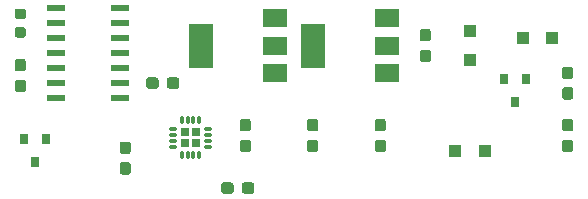
<source format=gbr>
G04 #@! TF.GenerationSoftware,KiCad,Pcbnew,(5.0.2)-1*
G04 #@! TF.CreationDate,2019-04-27T09:30:46+05:30*
G04 #@! TF.ProjectId,parking_sense_1,7061726b-696e-4675-9f73-656e73655f31,rev?*
G04 #@! TF.SameCoordinates,Original*
G04 #@! TF.FileFunction,Paste,Top*
G04 #@! TF.FilePolarity,Positive*
%FSLAX46Y46*%
G04 Gerber Fmt 4.6, Leading zero omitted, Abs format (unit mm)*
G04 Created by KiCad (PCBNEW (5.0.2)-1) date 04/27/19 09:30:46*
%MOMM*%
%LPD*%
G01*
G04 APERTURE LIST*
%ADD10R,1.000000X1.000000*%
%ADD11R,0.800000X0.900000*%
%ADD12C,0.100000*%
%ADD13C,0.950000*%
%ADD14C,0.875000*%
%ADD15O,0.750000X0.300000*%
%ADD16O,0.300000X0.750000*%
%ADD17R,0.730000X0.730000*%
%ADD18R,1.500000X0.600000*%
%ADD19R,2.000000X1.500000*%
%ADD20R,2.000000X3.800000*%
G04 APERTURE END LIST*
D10*
G04 #@! TO.C,D1*
X79395000Y-46990000D03*
X81895000Y-46990000D03*
G04 #@! TD*
G04 #@! TO.C,D3*
X74930000Y-48875000D03*
X74930000Y-46375000D03*
G04 #@! TD*
G04 #@! TO.C,D2*
X76180000Y-56515000D03*
X73680000Y-56515000D03*
G04 #@! TD*
D11*
G04 #@! TO.C,Q2*
X38100000Y-57515000D03*
X37150000Y-55515000D03*
X39050000Y-55515000D03*
G04 #@! TD*
G04 #@! TO.C,Q1*
X79690000Y-50435000D03*
X77790000Y-50435000D03*
X78740000Y-52435000D03*
G04 #@! TD*
D12*
G04 #@! TO.C,C1*
G36*
X71380779Y-46226144D02*
X71403834Y-46229563D01*
X71426443Y-46235227D01*
X71448387Y-46243079D01*
X71469457Y-46253044D01*
X71489448Y-46265026D01*
X71508168Y-46278910D01*
X71525438Y-46294562D01*
X71541090Y-46311832D01*
X71554974Y-46330552D01*
X71566956Y-46350543D01*
X71576921Y-46371613D01*
X71584773Y-46393557D01*
X71590437Y-46416166D01*
X71593856Y-46439221D01*
X71595000Y-46462500D01*
X71595000Y-47037500D01*
X71593856Y-47060779D01*
X71590437Y-47083834D01*
X71584773Y-47106443D01*
X71576921Y-47128387D01*
X71566956Y-47149457D01*
X71554974Y-47169448D01*
X71541090Y-47188168D01*
X71525438Y-47205438D01*
X71508168Y-47221090D01*
X71489448Y-47234974D01*
X71469457Y-47246956D01*
X71448387Y-47256921D01*
X71426443Y-47264773D01*
X71403834Y-47270437D01*
X71380779Y-47273856D01*
X71357500Y-47275000D01*
X70882500Y-47275000D01*
X70859221Y-47273856D01*
X70836166Y-47270437D01*
X70813557Y-47264773D01*
X70791613Y-47256921D01*
X70770543Y-47246956D01*
X70750552Y-47234974D01*
X70731832Y-47221090D01*
X70714562Y-47205438D01*
X70698910Y-47188168D01*
X70685026Y-47169448D01*
X70673044Y-47149457D01*
X70663079Y-47128387D01*
X70655227Y-47106443D01*
X70649563Y-47083834D01*
X70646144Y-47060779D01*
X70645000Y-47037500D01*
X70645000Y-46462500D01*
X70646144Y-46439221D01*
X70649563Y-46416166D01*
X70655227Y-46393557D01*
X70663079Y-46371613D01*
X70673044Y-46350543D01*
X70685026Y-46330552D01*
X70698910Y-46311832D01*
X70714562Y-46294562D01*
X70731832Y-46278910D01*
X70750552Y-46265026D01*
X70770543Y-46253044D01*
X70791613Y-46243079D01*
X70813557Y-46235227D01*
X70836166Y-46229563D01*
X70859221Y-46226144D01*
X70882500Y-46225000D01*
X71357500Y-46225000D01*
X71380779Y-46226144D01*
X71380779Y-46226144D01*
G37*
D13*
X71120000Y-46750000D03*
D12*
G36*
X71380779Y-47976144D02*
X71403834Y-47979563D01*
X71426443Y-47985227D01*
X71448387Y-47993079D01*
X71469457Y-48003044D01*
X71489448Y-48015026D01*
X71508168Y-48028910D01*
X71525438Y-48044562D01*
X71541090Y-48061832D01*
X71554974Y-48080552D01*
X71566956Y-48100543D01*
X71576921Y-48121613D01*
X71584773Y-48143557D01*
X71590437Y-48166166D01*
X71593856Y-48189221D01*
X71595000Y-48212500D01*
X71595000Y-48787500D01*
X71593856Y-48810779D01*
X71590437Y-48833834D01*
X71584773Y-48856443D01*
X71576921Y-48878387D01*
X71566956Y-48899457D01*
X71554974Y-48919448D01*
X71541090Y-48938168D01*
X71525438Y-48955438D01*
X71508168Y-48971090D01*
X71489448Y-48984974D01*
X71469457Y-48996956D01*
X71448387Y-49006921D01*
X71426443Y-49014773D01*
X71403834Y-49020437D01*
X71380779Y-49023856D01*
X71357500Y-49025000D01*
X70882500Y-49025000D01*
X70859221Y-49023856D01*
X70836166Y-49020437D01*
X70813557Y-49014773D01*
X70791613Y-49006921D01*
X70770543Y-48996956D01*
X70750552Y-48984974D01*
X70731832Y-48971090D01*
X70714562Y-48955438D01*
X70698910Y-48938168D01*
X70685026Y-48919448D01*
X70673044Y-48899457D01*
X70663079Y-48878387D01*
X70655227Y-48856443D01*
X70649563Y-48833834D01*
X70646144Y-48810779D01*
X70645000Y-48787500D01*
X70645000Y-48212500D01*
X70646144Y-48189221D01*
X70649563Y-48166166D01*
X70655227Y-48143557D01*
X70663079Y-48121613D01*
X70673044Y-48100543D01*
X70685026Y-48080552D01*
X70698910Y-48061832D01*
X70714562Y-48044562D01*
X70731832Y-48028910D01*
X70750552Y-48015026D01*
X70770543Y-48003044D01*
X70791613Y-47993079D01*
X70813557Y-47985227D01*
X70836166Y-47979563D01*
X70859221Y-47976144D01*
X70882500Y-47975000D01*
X71357500Y-47975000D01*
X71380779Y-47976144D01*
X71380779Y-47976144D01*
G37*
D13*
X71120000Y-48500000D03*
G04 #@! TD*
D12*
G04 #@! TO.C,C2*
G36*
X67570779Y-55596144D02*
X67593834Y-55599563D01*
X67616443Y-55605227D01*
X67638387Y-55613079D01*
X67659457Y-55623044D01*
X67679448Y-55635026D01*
X67698168Y-55648910D01*
X67715438Y-55664562D01*
X67731090Y-55681832D01*
X67744974Y-55700552D01*
X67756956Y-55720543D01*
X67766921Y-55741613D01*
X67774773Y-55763557D01*
X67780437Y-55786166D01*
X67783856Y-55809221D01*
X67785000Y-55832500D01*
X67785000Y-56407500D01*
X67783856Y-56430779D01*
X67780437Y-56453834D01*
X67774773Y-56476443D01*
X67766921Y-56498387D01*
X67756956Y-56519457D01*
X67744974Y-56539448D01*
X67731090Y-56558168D01*
X67715438Y-56575438D01*
X67698168Y-56591090D01*
X67679448Y-56604974D01*
X67659457Y-56616956D01*
X67638387Y-56626921D01*
X67616443Y-56634773D01*
X67593834Y-56640437D01*
X67570779Y-56643856D01*
X67547500Y-56645000D01*
X67072500Y-56645000D01*
X67049221Y-56643856D01*
X67026166Y-56640437D01*
X67003557Y-56634773D01*
X66981613Y-56626921D01*
X66960543Y-56616956D01*
X66940552Y-56604974D01*
X66921832Y-56591090D01*
X66904562Y-56575438D01*
X66888910Y-56558168D01*
X66875026Y-56539448D01*
X66863044Y-56519457D01*
X66853079Y-56498387D01*
X66845227Y-56476443D01*
X66839563Y-56453834D01*
X66836144Y-56430779D01*
X66835000Y-56407500D01*
X66835000Y-55832500D01*
X66836144Y-55809221D01*
X66839563Y-55786166D01*
X66845227Y-55763557D01*
X66853079Y-55741613D01*
X66863044Y-55720543D01*
X66875026Y-55700552D01*
X66888910Y-55681832D01*
X66904562Y-55664562D01*
X66921832Y-55648910D01*
X66940552Y-55635026D01*
X66960543Y-55623044D01*
X66981613Y-55613079D01*
X67003557Y-55605227D01*
X67026166Y-55599563D01*
X67049221Y-55596144D01*
X67072500Y-55595000D01*
X67547500Y-55595000D01*
X67570779Y-55596144D01*
X67570779Y-55596144D01*
G37*
D13*
X67310000Y-56120000D03*
D12*
G36*
X67570779Y-53846144D02*
X67593834Y-53849563D01*
X67616443Y-53855227D01*
X67638387Y-53863079D01*
X67659457Y-53873044D01*
X67679448Y-53885026D01*
X67698168Y-53898910D01*
X67715438Y-53914562D01*
X67731090Y-53931832D01*
X67744974Y-53950552D01*
X67756956Y-53970543D01*
X67766921Y-53991613D01*
X67774773Y-54013557D01*
X67780437Y-54036166D01*
X67783856Y-54059221D01*
X67785000Y-54082500D01*
X67785000Y-54657500D01*
X67783856Y-54680779D01*
X67780437Y-54703834D01*
X67774773Y-54726443D01*
X67766921Y-54748387D01*
X67756956Y-54769457D01*
X67744974Y-54789448D01*
X67731090Y-54808168D01*
X67715438Y-54825438D01*
X67698168Y-54841090D01*
X67679448Y-54854974D01*
X67659457Y-54866956D01*
X67638387Y-54876921D01*
X67616443Y-54884773D01*
X67593834Y-54890437D01*
X67570779Y-54893856D01*
X67547500Y-54895000D01*
X67072500Y-54895000D01*
X67049221Y-54893856D01*
X67026166Y-54890437D01*
X67003557Y-54884773D01*
X66981613Y-54876921D01*
X66960543Y-54866956D01*
X66940552Y-54854974D01*
X66921832Y-54841090D01*
X66904562Y-54825438D01*
X66888910Y-54808168D01*
X66875026Y-54789448D01*
X66863044Y-54769457D01*
X66853079Y-54748387D01*
X66845227Y-54726443D01*
X66839563Y-54703834D01*
X66836144Y-54680779D01*
X66835000Y-54657500D01*
X66835000Y-54082500D01*
X66836144Y-54059221D01*
X66839563Y-54036166D01*
X66845227Y-54013557D01*
X66853079Y-53991613D01*
X66863044Y-53970543D01*
X66875026Y-53950552D01*
X66888910Y-53931832D01*
X66904562Y-53914562D01*
X66921832Y-53898910D01*
X66940552Y-53885026D01*
X66960543Y-53873044D01*
X66981613Y-53863079D01*
X67003557Y-53855227D01*
X67026166Y-53849563D01*
X67049221Y-53846144D01*
X67072500Y-53845000D01*
X67547500Y-53845000D01*
X67570779Y-53846144D01*
X67570779Y-53846144D01*
G37*
D13*
X67310000Y-54370000D03*
G04 #@! TD*
D12*
G04 #@! TO.C,C3*
G36*
X61855779Y-53846144D02*
X61878834Y-53849563D01*
X61901443Y-53855227D01*
X61923387Y-53863079D01*
X61944457Y-53873044D01*
X61964448Y-53885026D01*
X61983168Y-53898910D01*
X62000438Y-53914562D01*
X62016090Y-53931832D01*
X62029974Y-53950552D01*
X62041956Y-53970543D01*
X62051921Y-53991613D01*
X62059773Y-54013557D01*
X62065437Y-54036166D01*
X62068856Y-54059221D01*
X62070000Y-54082500D01*
X62070000Y-54657500D01*
X62068856Y-54680779D01*
X62065437Y-54703834D01*
X62059773Y-54726443D01*
X62051921Y-54748387D01*
X62041956Y-54769457D01*
X62029974Y-54789448D01*
X62016090Y-54808168D01*
X62000438Y-54825438D01*
X61983168Y-54841090D01*
X61964448Y-54854974D01*
X61944457Y-54866956D01*
X61923387Y-54876921D01*
X61901443Y-54884773D01*
X61878834Y-54890437D01*
X61855779Y-54893856D01*
X61832500Y-54895000D01*
X61357500Y-54895000D01*
X61334221Y-54893856D01*
X61311166Y-54890437D01*
X61288557Y-54884773D01*
X61266613Y-54876921D01*
X61245543Y-54866956D01*
X61225552Y-54854974D01*
X61206832Y-54841090D01*
X61189562Y-54825438D01*
X61173910Y-54808168D01*
X61160026Y-54789448D01*
X61148044Y-54769457D01*
X61138079Y-54748387D01*
X61130227Y-54726443D01*
X61124563Y-54703834D01*
X61121144Y-54680779D01*
X61120000Y-54657500D01*
X61120000Y-54082500D01*
X61121144Y-54059221D01*
X61124563Y-54036166D01*
X61130227Y-54013557D01*
X61138079Y-53991613D01*
X61148044Y-53970543D01*
X61160026Y-53950552D01*
X61173910Y-53931832D01*
X61189562Y-53914562D01*
X61206832Y-53898910D01*
X61225552Y-53885026D01*
X61245543Y-53873044D01*
X61266613Y-53863079D01*
X61288557Y-53855227D01*
X61311166Y-53849563D01*
X61334221Y-53846144D01*
X61357500Y-53845000D01*
X61832500Y-53845000D01*
X61855779Y-53846144D01*
X61855779Y-53846144D01*
G37*
D13*
X61595000Y-54370000D03*
D12*
G36*
X61855779Y-55596144D02*
X61878834Y-55599563D01*
X61901443Y-55605227D01*
X61923387Y-55613079D01*
X61944457Y-55623044D01*
X61964448Y-55635026D01*
X61983168Y-55648910D01*
X62000438Y-55664562D01*
X62016090Y-55681832D01*
X62029974Y-55700552D01*
X62041956Y-55720543D01*
X62051921Y-55741613D01*
X62059773Y-55763557D01*
X62065437Y-55786166D01*
X62068856Y-55809221D01*
X62070000Y-55832500D01*
X62070000Y-56407500D01*
X62068856Y-56430779D01*
X62065437Y-56453834D01*
X62059773Y-56476443D01*
X62051921Y-56498387D01*
X62041956Y-56519457D01*
X62029974Y-56539448D01*
X62016090Y-56558168D01*
X62000438Y-56575438D01*
X61983168Y-56591090D01*
X61964448Y-56604974D01*
X61944457Y-56616956D01*
X61923387Y-56626921D01*
X61901443Y-56634773D01*
X61878834Y-56640437D01*
X61855779Y-56643856D01*
X61832500Y-56645000D01*
X61357500Y-56645000D01*
X61334221Y-56643856D01*
X61311166Y-56640437D01*
X61288557Y-56634773D01*
X61266613Y-56626921D01*
X61245543Y-56616956D01*
X61225552Y-56604974D01*
X61206832Y-56591090D01*
X61189562Y-56575438D01*
X61173910Y-56558168D01*
X61160026Y-56539448D01*
X61148044Y-56519457D01*
X61138079Y-56498387D01*
X61130227Y-56476443D01*
X61124563Y-56453834D01*
X61121144Y-56430779D01*
X61120000Y-56407500D01*
X61120000Y-55832500D01*
X61121144Y-55809221D01*
X61124563Y-55786166D01*
X61130227Y-55763557D01*
X61138079Y-55741613D01*
X61148044Y-55720543D01*
X61160026Y-55700552D01*
X61173910Y-55681832D01*
X61189562Y-55664562D01*
X61206832Y-55648910D01*
X61225552Y-55635026D01*
X61245543Y-55623044D01*
X61266613Y-55613079D01*
X61288557Y-55605227D01*
X61311166Y-55599563D01*
X61334221Y-55596144D01*
X61357500Y-55595000D01*
X61832500Y-55595000D01*
X61855779Y-55596144D01*
X61855779Y-55596144D01*
G37*
D13*
X61595000Y-56120000D03*
G04 #@! TD*
D12*
G04 #@! TO.C,C4*
G36*
X56140779Y-53846144D02*
X56163834Y-53849563D01*
X56186443Y-53855227D01*
X56208387Y-53863079D01*
X56229457Y-53873044D01*
X56249448Y-53885026D01*
X56268168Y-53898910D01*
X56285438Y-53914562D01*
X56301090Y-53931832D01*
X56314974Y-53950552D01*
X56326956Y-53970543D01*
X56336921Y-53991613D01*
X56344773Y-54013557D01*
X56350437Y-54036166D01*
X56353856Y-54059221D01*
X56355000Y-54082500D01*
X56355000Y-54657500D01*
X56353856Y-54680779D01*
X56350437Y-54703834D01*
X56344773Y-54726443D01*
X56336921Y-54748387D01*
X56326956Y-54769457D01*
X56314974Y-54789448D01*
X56301090Y-54808168D01*
X56285438Y-54825438D01*
X56268168Y-54841090D01*
X56249448Y-54854974D01*
X56229457Y-54866956D01*
X56208387Y-54876921D01*
X56186443Y-54884773D01*
X56163834Y-54890437D01*
X56140779Y-54893856D01*
X56117500Y-54895000D01*
X55642500Y-54895000D01*
X55619221Y-54893856D01*
X55596166Y-54890437D01*
X55573557Y-54884773D01*
X55551613Y-54876921D01*
X55530543Y-54866956D01*
X55510552Y-54854974D01*
X55491832Y-54841090D01*
X55474562Y-54825438D01*
X55458910Y-54808168D01*
X55445026Y-54789448D01*
X55433044Y-54769457D01*
X55423079Y-54748387D01*
X55415227Y-54726443D01*
X55409563Y-54703834D01*
X55406144Y-54680779D01*
X55405000Y-54657500D01*
X55405000Y-54082500D01*
X55406144Y-54059221D01*
X55409563Y-54036166D01*
X55415227Y-54013557D01*
X55423079Y-53991613D01*
X55433044Y-53970543D01*
X55445026Y-53950552D01*
X55458910Y-53931832D01*
X55474562Y-53914562D01*
X55491832Y-53898910D01*
X55510552Y-53885026D01*
X55530543Y-53873044D01*
X55551613Y-53863079D01*
X55573557Y-53855227D01*
X55596166Y-53849563D01*
X55619221Y-53846144D01*
X55642500Y-53845000D01*
X56117500Y-53845000D01*
X56140779Y-53846144D01*
X56140779Y-53846144D01*
G37*
D13*
X55880000Y-54370000D03*
D12*
G36*
X56140779Y-55596144D02*
X56163834Y-55599563D01*
X56186443Y-55605227D01*
X56208387Y-55613079D01*
X56229457Y-55623044D01*
X56249448Y-55635026D01*
X56268168Y-55648910D01*
X56285438Y-55664562D01*
X56301090Y-55681832D01*
X56314974Y-55700552D01*
X56326956Y-55720543D01*
X56336921Y-55741613D01*
X56344773Y-55763557D01*
X56350437Y-55786166D01*
X56353856Y-55809221D01*
X56355000Y-55832500D01*
X56355000Y-56407500D01*
X56353856Y-56430779D01*
X56350437Y-56453834D01*
X56344773Y-56476443D01*
X56336921Y-56498387D01*
X56326956Y-56519457D01*
X56314974Y-56539448D01*
X56301090Y-56558168D01*
X56285438Y-56575438D01*
X56268168Y-56591090D01*
X56249448Y-56604974D01*
X56229457Y-56616956D01*
X56208387Y-56626921D01*
X56186443Y-56634773D01*
X56163834Y-56640437D01*
X56140779Y-56643856D01*
X56117500Y-56645000D01*
X55642500Y-56645000D01*
X55619221Y-56643856D01*
X55596166Y-56640437D01*
X55573557Y-56634773D01*
X55551613Y-56626921D01*
X55530543Y-56616956D01*
X55510552Y-56604974D01*
X55491832Y-56591090D01*
X55474562Y-56575438D01*
X55458910Y-56558168D01*
X55445026Y-56539448D01*
X55433044Y-56519457D01*
X55423079Y-56498387D01*
X55415227Y-56476443D01*
X55409563Y-56453834D01*
X55406144Y-56430779D01*
X55405000Y-56407500D01*
X55405000Y-55832500D01*
X55406144Y-55809221D01*
X55409563Y-55786166D01*
X55415227Y-55763557D01*
X55423079Y-55741613D01*
X55433044Y-55720543D01*
X55445026Y-55700552D01*
X55458910Y-55681832D01*
X55474562Y-55664562D01*
X55491832Y-55648910D01*
X55510552Y-55635026D01*
X55530543Y-55623044D01*
X55551613Y-55613079D01*
X55573557Y-55605227D01*
X55596166Y-55599563D01*
X55619221Y-55596144D01*
X55642500Y-55595000D01*
X56117500Y-55595000D01*
X56140779Y-55596144D01*
X56140779Y-55596144D01*
G37*
D13*
X55880000Y-56120000D03*
G04 #@! TD*
D12*
G04 #@! TO.C,C5*
G36*
X54680779Y-59216144D02*
X54703834Y-59219563D01*
X54726443Y-59225227D01*
X54748387Y-59233079D01*
X54769457Y-59243044D01*
X54789448Y-59255026D01*
X54808168Y-59268910D01*
X54825438Y-59284562D01*
X54841090Y-59301832D01*
X54854974Y-59320552D01*
X54866956Y-59340543D01*
X54876921Y-59361613D01*
X54884773Y-59383557D01*
X54890437Y-59406166D01*
X54893856Y-59429221D01*
X54895000Y-59452500D01*
X54895000Y-59927500D01*
X54893856Y-59950779D01*
X54890437Y-59973834D01*
X54884773Y-59996443D01*
X54876921Y-60018387D01*
X54866956Y-60039457D01*
X54854974Y-60059448D01*
X54841090Y-60078168D01*
X54825438Y-60095438D01*
X54808168Y-60111090D01*
X54789448Y-60124974D01*
X54769457Y-60136956D01*
X54748387Y-60146921D01*
X54726443Y-60154773D01*
X54703834Y-60160437D01*
X54680779Y-60163856D01*
X54657500Y-60165000D01*
X54082500Y-60165000D01*
X54059221Y-60163856D01*
X54036166Y-60160437D01*
X54013557Y-60154773D01*
X53991613Y-60146921D01*
X53970543Y-60136956D01*
X53950552Y-60124974D01*
X53931832Y-60111090D01*
X53914562Y-60095438D01*
X53898910Y-60078168D01*
X53885026Y-60059448D01*
X53873044Y-60039457D01*
X53863079Y-60018387D01*
X53855227Y-59996443D01*
X53849563Y-59973834D01*
X53846144Y-59950779D01*
X53845000Y-59927500D01*
X53845000Y-59452500D01*
X53846144Y-59429221D01*
X53849563Y-59406166D01*
X53855227Y-59383557D01*
X53863079Y-59361613D01*
X53873044Y-59340543D01*
X53885026Y-59320552D01*
X53898910Y-59301832D01*
X53914562Y-59284562D01*
X53931832Y-59268910D01*
X53950552Y-59255026D01*
X53970543Y-59243044D01*
X53991613Y-59233079D01*
X54013557Y-59225227D01*
X54036166Y-59219563D01*
X54059221Y-59216144D01*
X54082500Y-59215000D01*
X54657500Y-59215000D01*
X54680779Y-59216144D01*
X54680779Y-59216144D01*
G37*
D13*
X54370000Y-59690000D03*
D12*
G36*
X56430779Y-59216144D02*
X56453834Y-59219563D01*
X56476443Y-59225227D01*
X56498387Y-59233079D01*
X56519457Y-59243044D01*
X56539448Y-59255026D01*
X56558168Y-59268910D01*
X56575438Y-59284562D01*
X56591090Y-59301832D01*
X56604974Y-59320552D01*
X56616956Y-59340543D01*
X56626921Y-59361613D01*
X56634773Y-59383557D01*
X56640437Y-59406166D01*
X56643856Y-59429221D01*
X56645000Y-59452500D01*
X56645000Y-59927500D01*
X56643856Y-59950779D01*
X56640437Y-59973834D01*
X56634773Y-59996443D01*
X56626921Y-60018387D01*
X56616956Y-60039457D01*
X56604974Y-60059448D01*
X56591090Y-60078168D01*
X56575438Y-60095438D01*
X56558168Y-60111090D01*
X56539448Y-60124974D01*
X56519457Y-60136956D01*
X56498387Y-60146921D01*
X56476443Y-60154773D01*
X56453834Y-60160437D01*
X56430779Y-60163856D01*
X56407500Y-60165000D01*
X55832500Y-60165000D01*
X55809221Y-60163856D01*
X55786166Y-60160437D01*
X55763557Y-60154773D01*
X55741613Y-60146921D01*
X55720543Y-60136956D01*
X55700552Y-60124974D01*
X55681832Y-60111090D01*
X55664562Y-60095438D01*
X55648910Y-60078168D01*
X55635026Y-60059448D01*
X55623044Y-60039457D01*
X55613079Y-60018387D01*
X55605227Y-59996443D01*
X55599563Y-59973834D01*
X55596144Y-59950779D01*
X55595000Y-59927500D01*
X55595000Y-59452500D01*
X55596144Y-59429221D01*
X55599563Y-59406166D01*
X55605227Y-59383557D01*
X55613079Y-59361613D01*
X55623044Y-59340543D01*
X55635026Y-59320552D01*
X55648910Y-59301832D01*
X55664562Y-59284562D01*
X55681832Y-59268910D01*
X55700552Y-59255026D01*
X55720543Y-59243044D01*
X55741613Y-59233079D01*
X55763557Y-59225227D01*
X55786166Y-59219563D01*
X55809221Y-59216144D01*
X55832500Y-59215000D01*
X56407500Y-59215000D01*
X56430779Y-59216144D01*
X56430779Y-59216144D01*
G37*
D13*
X56120000Y-59690000D03*
G04 #@! TD*
D12*
G04 #@! TO.C,D4*
G36*
X37107691Y-46071053D02*
X37128926Y-46074203D01*
X37149750Y-46079419D01*
X37169962Y-46086651D01*
X37189368Y-46095830D01*
X37207781Y-46106866D01*
X37225024Y-46119654D01*
X37240930Y-46134070D01*
X37255346Y-46149976D01*
X37268134Y-46167219D01*
X37279170Y-46185632D01*
X37288349Y-46205038D01*
X37295581Y-46225250D01*
X37300797Y-46246074D01*
X37303947Y-46267309D01*
X37305000Y-46288750D01*
X37305000Y-46726250D01*
X37303947Y-46747691D01*
X37300797Y-46768926D01*
X37295581Y-46789750D01*
X37288349Y-46809962D01*
X37279170Y-46829368D01*
X37268134Y-46847781D01*
X37255346Y-46865024D01*
X37240930Y-46880930D01*
X37225024Y-46895346D01*
X37207781Y-46908134D01*
X37189368Y-46919170D01*
X37169962Y-46928349D01*
X37149750Y-46935581D01*
X37128926Y-46940797D01*
X37107691Y-46943947D01*
X37086250Y-46945000D01*
X36573750Y-46945000D01*
X36552309Y-46943947D01*
X36531074Y-46940797D01*
X36510250Y-46935581D01*
X36490038Y-46928349D01*
X36470632Y-46919170D01*
X36452219Y-46908134D01*
X36434976Y-46895346D01*
X36419070Y-46880930D01*
X36404654Y-46865024D01*
X36391866Y-46847781D01*
X36380830Y-46829368D01*
X36371651Y-46809962D01*
X36364419Y-46789750D01*
X36359203Y-46768926D01*
X36356053Y-46747691D01*
X36355000Y-46726250D01*
X36355000Y-46288750D01*
X36356053Y-46267309D01*
X36359203Y-46246074D01*
X36364419Y-46225250D01*
X36371651Y-46205038D01*
X36380830Y-46185632D01*
X36391866Y-46167219D01*
X36404654Y-46149976D01*
X36419070Y-46134070D01*
X36434976Y-46119654D01*
X36452219Y-46106866D01*
X36470632Y-46095830D01*
X36490038Y-46086651D01*
X36510250Y-46079419D01*
X36531074Y-46074203D01*
X36552309Y-46071053D01*
X36573750Y-46070000D01*
X37086250Y-46070000D01*
X37107691Y-46071053D01*
X37107691Y-46071053D01*
G37*
D14*
X36830000Y-46507500D03*
D12*
G36*
X37107691Y-44496053D02*
X37128926Y-44499203D01*
X37149750Y-44504419D01*
X37169962Y-44511651D01*
X37189368Y-44520830D01*
X37207781Y-44531866D01*
X37225024Y-44544654D01*
X37240930Y-44559070D01*
X37255346Y-44574976D01*
X37268134Y-44592219D01*
X37279170Y-44610632D01*
X37288349Y-44630038D01*
X37295581Y-44650250D01*
X37300797Y-44671074D01*
X37303947Y-44692309D01*
X37305000Y-44713750D01*
X37305000Y-45151250D01*
X37303947Y-45172691D01*
X37300797Y-45193926D01*
X37295581Y-45214750D01*
X37288349Y-45234962D01*
X37279170Y-45254368D01*
X37268134Y-45272781D01*
X37255346Y-45290024D01*
X37240930Y-45305930D01*
X37225024Y-45320346D01*
X37207781Y-45333134D01*
X37189368Y-45344170D01*
X37169962Y-45353349D01*
X37149750Y-45360581D01*
X37128926Y-45365797D01*
X37107691Y-45368947D01*
X37086250Y-45370000D01*
X36573750Y-45370000D01*
X36552309Y-45368947D01*
X36531074Y-45365797D01*
X36510250Y-45360581D01*
X36490038Y-45353349D01*
X36470632Y-45344170D01*
X36452219Y-45333134D01*
X36434976Y-45320346D01*
X36419070Y-45305930D01*
X36404654Y-45290024D01*
X36391866Y-45272781D01*
X36380830Y-45254368D01*
X36371651Y-45234962D01*
X36364419Y-45214750D01*
X36359203Y-45193926D01*
X36356053Y-45172691D01*
X36355000Y-45151250D01*
X36355000Y-44713750D01*
X36356053Y-44692309D01*
X36359203Y-44671074D01*
X36364419Y-44650250D01*
X36371651Y-44630038D01*
X36380830Y-44610632D01*
X36391866Y-44592219D01*
X36404654Y-44574976D01*
X36419070Y-44559070D01*
X36434976Y-44544654D01*
X36452219Y-44531866D01*
X36470632Y-44520830D01*
X36490038Y-44511651D01*
X36510250Y-44504419D01*
X36531074Y-44499203D01*
X36552309Y-44496053D01*
X36573750Y-44495000D01*
X37086250Y-44495000D01*
X37107691Y-44496053D01*
X37107691Y-44496053D01*
G37*
D14*
X36830000Y-44932500D03*
G04 #@! TD*
D15*
G04 #@! TO.C,U2*
X49775000Y-54680000D03*
X49775000Y-55180000D03*
X49775000Y-55680000D03*
X49775000Y-56180000D03*
D16*
X50500000Y-56905000D03*
X51000000Y-56905000D03*
X51500000Y-56905000D03*
X52000000Y-56905000D03*
D15*
X52725000Y-56180000D03*
X52725000Y-55680000D03*
X52725000Y-55180000D03*
X52725000Y-54680000D03*
D16*
X52000000Y-53955000D03*
X51500000Y-53955000D03*
X51000000Y-53955000D03*
X50500000Y-53955000D03*
D17*
X50800000Y-55880000D03*
X51700000Y-55880000D03*
X51700000Y-54980000D03*
X50800000Y-54980000D03*
G04 #@! TD*
D18*
G04 #@! TO.C,U1*
X39845000Y-44450000D03*
X39845000Y-45720000D03*
X39845000Y-46990000D03*
X39845000Y-48260000D03*
X39845000Y-49530000D03*
X39845000Y-50800000D03*
X39845000Y-52070000D03*
X45245000Y-52070000D03*
X45245000Y-50800000D03*
X45245000Y-49530000D03*
X45245000Y-48260000D03*
X45245000Y-46990000D03*
X45245000Y-45720000D03*
X45245000Y-44450000D03*
G04 #@! TD*
D19*
G04 #@! TO.C,U4*
X67920000Y-49925000D03*
X67920000Y-45325000D03*
X67920000Y-47625000D03*
D20*
X61620000Y-47625000D03*
G04 #@! TD*
G04 #@! TO.C,U5*
X52095000Y-47625000D03*
D19*
X58395000Y-47625000D03*
X58395000Y-45325000D03*
X58395000Y-49925000D03*
G04 #@! TD*
D12*
G04 #@! TO.C,R1*
G36*
X83445779Y-49401144D02*
X83468834Y-49404563D01*
X83491443Y-49410227D01*
X83513387Y-49418079D01*
X83534457Y-49428044D01*
X83554448Y-49440026D01*
X83573168Y-49453910D01*
X83590438Y-49469562D01*
X83606090Y-49486832D01*
X83619974Y-49505552D01*
X83631956Y-49525543D01*
X83641921Y-49546613D01*
X83649773Y-49568557D01*
X83655437Y-49591166D01*
X83658856Y-49614221D01*
X83660000Y-49637500D01*
X83660000Y-50212500D01*
X83658856Y-50235779D01*
X83655437Y-50258834D01*
X83649773Y-50281443D01*
X83641921Y-50303387D01*
X83631956Y-50324457D01*
X83619974Y-50344448D01*
X83606090Y-50363168D01*
X83590438Y-50380438D01*
X83573168Y-50396090D01*
X83554448Y-50409974D01*
X83534457Y-50421956D01*
X83513387Y-50431921D01*
X83491443Y-50439773D01*
X83468834Y-50445437D01*
X83445779Y-50448856D01*
X83422500Y-50450000D01*
X82947500Y-50450000D01*
X82924221Y-50448856D01*
X82901166Y-50445437D01*
X82878557Y-50439773D01*
X82856613Y-50431921D01*
X82835543Y-50421956D01*
X82815552Y-50409974D01*
X82796832Y-50396090D01*
X82779562Y-50380438D01*
X82763910Y-50363168D01*
X82750026Y-50344448D01*
X82738044Y-50324457D01*
X82728079Y-50303387D01*
X82720227Y-50281443D01*
X82714563Y-50258834D01*
X82711144Y-50235779D01*
X82710000Y-50212500D01*
X82710000Y-49637500D01*
X82711144Y-49614221D01*
X82714563Y-49591166D01*
X82720227Y-49568557D01*
X82728079Y-49546613D01*
X82738044Y-49525543D01*
X82750026Y-49505552D01*
X82763910Y-49486832D01*
X82779562Y-49469562D01*
X82796832Y-49453910D01*
X82815552Y-49440026D01*
X82835543Y-49428044D01*
X82856613Y-49418079D01*
X82878557Y-49410227D01*
X82901166Y-49404563D01*
X82924221Y-49401144D01*
X82947500Y-49400000D01*
X83422500Y-49400000D01*
X83445779Y-49401144D01*
X83445779Y-49401144D01*
G37*
D13*
X83185000Y-49925000D03*
D12*
G36*
X83445779Y-51151144D02*
X83468834Y-51154563D01*
X83491443Y-51160227D01*
X83513387Y-51168079D01*
X83534457Y-51178044D01*
X83554448Y-51190026D01*
X83573168Y-51203910D01*
X83590438Y-51219562D01*
X83606090Y-51236832D01*
X83619974Y-51255552D01*
X83631956Y-51275543D01*
X83641921Y-51296613D01*
X83649773Y-51318557D01*
X83655437Y-51341166D01*
X83658856Y-51364221D01*
X83660000Y-51387500D01*
X83660000Y-51962500D01*
X83658856Y-51985779D01*
X83655437Y-52008834D01*
X83649773Y-52031443D01*
X83641921Y-52053387D01*
X83631956Y-52074457D01*
X83619974Y-52094448D01*
X83606090Y-52113168D01*
X83590438Y-52130438D01*
X83573168Y-52146090D01*
X83554448Y-52159974D01*
X83534457Y-52171956D01*
X83513387Y-52181921D01*
X83491443Y-52189773D01*
X83468834Y-52195437D01*
X83445779Y-52198856D01*
X83422500Y-52200000D01*
X82947500Y-52200000D01*
X82924221Y-52198856D01*
X82901166Y-52195437D01*
X82878557Y-52189773D01*
X82856613Y-52181921D01*
X82835543Y-52171956D01*
X82815552Y-52159974D01*
X82796832Y-52146090D01*
X82779562Y-52130438D01*
X82763910Y-52113168D01*
X82750026Y-52094448D01*
X82738044Y-52074457D01*
X82728079Y-52053387D01*
X82720227Y-52031443D01*
X82714563Y-52008834D01*
X82711144Y-51985779D01*
X82710000Y-51962500D01*
X82710000Y-51387500D01*
X82711144Y-51364221D01*
X82714563Y-51341166D01*
X82720227Y-51318557D01*
X82728079Y-51296613D01*
X82738044Y-51275543D01*
X82750026Y-51255552D01*
X82763910Y-51236832D01*
X82779562Y-51219562D01*
X82796832Y-51203910D01*
X82815552Y-51190026D01*
X82835543Y-51178044D01*
X82856613Y-51168079D01*
X82878557Y-51160227D01*
X82901166Y-51154563D01*
X82924221Y-51151144D01*
X82947500Y-51150000D01*
X83422500Y-51150000D01*
X83445779Y-51151144D01*
X83445779Y-51151144D01*
G37*
D13*
X83185000Y-51675000D03*
G04 #@! TD*
D12*
G04 #@! TO.C,R2*
G36*
X83445779Y-55596144D02*
X83468834Y-55599563D01*
X83491443Y-55605227D01*
X83513387Y-55613079D01*
X83534457Y-55623044D01*
X83554448Y-55635026D01*
X83573168Y-55648910D01*
X83590438Y-55664562D01*
X83606090Y-55681832D01*
X83619974Y-55700552D01*
X83631956Y-55720543D01*
X83641921Y-55741613D01*
X83649773Y-55763557D01*
X83655437Y-55786166D01*
X83658856Y-55809221D01*
X83660000Y-55832500D01*
X83660000Y-56407500D01*
X83658856Y-56430779D01*
X83655437Y-56453834D01*
X83649773Y-56476443D01*
X83641921Y-56498387D01*
X83631956Y-56519457D01*
X83619974Y-56539448D01*
X83606090Y-56558168D01*
X83590438Y-56575438D01*
X83573168Y-56591090D01*
X83554448Y-56604974D01*
X83534457Y-56616956D01*
X83513387Y-56626921D01*
X83491443Y-56634773D01*
X83468834Y-56640437D01*
X83445779Y-56643856D01*
X83422500Y-56645000D01*
X82947500Y-56645000D01*
X82924221Y-56643856D01*
X82901166Y-56640437D01*
X82878557Y-56634773D01*
X82856613Y-56626921D01*
X82835543Y-56616956D01*
X82815552Y-56604974D01*
X82796832Y-56591090D01*
X82779562Y-56575438D01*
X82763910Y-56558168D01*
X82750026Y-56539448D01*
X82738044Y-56519457D01*
X82728079Y-56498387D01*
X82720227Y-56476443D01*
X82714563Y-56453834D01*
X82711144Y-56430779D01*
X82710000Y-56407500D01*
X82710000Y-55832500D01*
X82711144Y-55809221D01*
X82714563Y-55786166D01*
X82720227Y-55763557D01*
X82728079Y-55741613D01*
X82738044Y-55720543D01*
X82750026Y-55700552D01*
X82763910Y-55681832D01*
X82779562Y-55664562D01*
X82796832Y-55648910D01*
X82815552Y-55635026D01*
X82835543Y-55623044D01*
X82856613Y-55613079D01*
X82878557Y-55605227D01*
X82901166Y-55599563D01*
X82924221Y-55596144D01*
X82947500Y-55595000D01*
X83422500Y-55595000D01*
X83445779Y-55596144D01*
X83445779Y-55596144D01*
G37*
D13*
X83185000Y-56120000D03*
D12*
G36*
X83445779Y-53846144D02*
X83468834Y-53849563D01*
X83491443Y-53855227D01*
X83513387Y-53863079D01*
X83534457Y-53873044D01*
X83554448Y-53885026D01*
X83573168Y-53898910D01*
X83590438Y-53914562D01*
X83606090Y-53931832D01*
X83619974Y-53950552D01*
X83631956Y-53970543D01*
X83641921Y-53991613D01*
X83649773Y-54013557D01*
X83655437Y-54036166D01*
X83658856Y-54059221D01*
X83660000Y-54082500D01*
X83660000Y-54657500D01*
X83658856Y-54680779D01*
X83655437Y-54703834D01*
X83649773Y-54726443D01*
X83641921Y-54748387D01*
X83631956Y-54769457D01*
X83619974Y-54789448D01*
X83606090Y-54808168D01*
X83590438Y-54825438D01*
X83573168Y-54841090D01*
X83554448Y-54854974D01*
X83534457Y-54866956D01*
X83513387Y-54876921D01*
X83491443Y-54884773D01*
X83468834Y-54890437D01*
X83445779Y-54893856D01*
X83422500Y-54895000D01*
X82947500Y-54895000D01*
X82924221Y-54893856D01*
X82901166Y-54890437D01*
X82878557Y-54884773D01*
X82856613Y-54876921D01*
X82835543Y-54866956D01*
X82815552Y-54854974D01*
X82796832Y-54841090D01*
X82779562Y-54825438D01*
X82763910Y-54808168D01*
X82750026Y-54789448D01*
X82738044Y-54769457D01*
X82728079Y-54748387D01*
X82720227Y-54726443D01*
X82714563Y-54703834D01*
X82711144Y-54680779D01*
X82710000Y-54657500D01*
X82710000Y-54082500D01*
X82711144Y-54059221D01*
X82714563Y-54036166D01*
X82720227Y-54013557D01*
X82728079Y-53991613D01*
X82738044Y-53970543D01*
X82750026Y-53950552D01*
X82763910Y-53931832D01*
X82779562Y-53914562D01*
X82796832Y-53898910D01*
X82815552Y-53885026D01*
X82835543Y-53873044D01*
X82856613Y-53863079D01*
X82878557Y-53855227D01*
X82901166Y-53849563D01*
X82924221Y-53846144D01*
X82947500Y-53845000D01*
X83422500Y-53845000D01*
X83445779Y-53846144D01*
X83445779Y-53846144D01*
G37*
D13*
X83185000Y-54370000D03*
G04 #@! TD*
D12*
G04 #@! TO.C,R3*
G36*
X45980779Y-57501144D02*
X46003834Y-57504563D01*
X46026443Y-57510227D01*
X46048387Y-57518079D01*
X46069457Y-57528044D01*
X46089448Y-57540026D01*
X46108168Y-57553910D01*
X46125438Y-57569562D01*
X46141090Y-57586832D01*
X46154974Y-57605552D01*
X46166956Y-57625543D01*
X46176921Y-57646613D01*
X46184773Y-57668557D01*
X46190437Y-57691166D01*
X46193856Y-57714221D01*
X46195000Y-57737500D01*
X46195000Y-58312500D01*
X46193856Y-58335779D01*
X46190437Y-58358834D01*
X46184773Y-58381443D01*
X46176921Y-58403387D01*
X46166956Y-58424457D01*
X46154974Y-58444448D01*
X46141090Y-58463168D01*
X46125438Y-58480438D01*
X46108168Y-58496090D01*
X46089448Y-58509974D01*
X46069457Y-58521956D01*
X46048387Y-58531921D01*
X46026443Y-58539773D01*
X46003834Y-58545437D01*
X45980779Y-58548856D01*
X45957500Y-58550000D01*
X45482500Y-58550000D01*
X45459221Y-58548856D01*
X45436166Y-58545437D01*
X45413557Y-58539773D01*
X45391613Y-58531921D01*
X45370543Y-58521956D01*
X45350552Y-58509974D01*
X45331832Y-58496090D01*
X45314562Y-58480438D01*
X45298910Y-58463168D01*
X45285026Y-58444448D01*
X45273044Y-58424457D01*
X45263079Y-58403387D01*
X45255227Y-58381443D01*
X45249563Y-58358834D01*
X45246144Y-58335779D01*
X45245000Y-58312500D01*
X45245000Y-57737500D01*
X45246144Y-57714221D01*
X45249563Y-57691166D01*
X45255227Y-57668557D01*
X45263079Y-57646613D01*
X45273044Y-57625543D01*
X45285026Y-57605552D01*
X45298910Y-57586832D01*
X45314562Y-57569562D01*
X45331832Y-57553910D01*
X45350552Y-57540026D01*
X45370543Y-57528044D01*
X45391613Y-57518079D01*
X45413557Y-57510227D01*
X45436166Y-57504563D01*
X45459221Y-57501144D01*
X45482500Y-57500000D01*
X45957500Y-57500000D01*
X45980779Y-57501144D01*
X45980779Y-57501144D01*
G37*
D13*
X45720000Y-58025000D03*
D12*
G36*
X45980779Y-55751144D02*
X46003834Y-55754563D01*
X46026443Y-55760227D01*
X46048387Y-55768079D01*
X46069457Y-55778044D01*
X46089448Y-55790026D01*
X46108168Y-55803910D01*
X46125438Y-55819562D01*
X46141090Y-55836832D01*
X46154974Y-55855552D01*
X46166956Y-55875543D01*
X46176921Y-55896613D01*
X46184773Y-55918557D01*
X46190437Y-55941166D01*
X46193856Y-55964221D01*
X46195000Y-55987500D01*
X46195000Y-56562500D01*
X46193856Y-56585779D01*
X46190437Y-56608834D01*
X46184773Y-56631443D01*
X46176921Y-56653387D01*
X46166956Y-56674457D01*
X46154974Y-56694448D01*
X46141090Y-56713168D01*
X46125438Y-56730438D01*
X46108168Y-56746090D01*
X46089448Y-56759974D01*
X46069457Y-56771956D01*
X46048387Y-56781921D01*
X46026443Y-56789773D01*
X46003834Y-56795437D01*
X45980779Y-56798856D01*
X45957500Y-56800000D01*
X45482500Y-56800000D01*
X45459221Y-56798856D01*
X45436166Y-56795437D01*
X45413557Y-56789773D01*
X45391613Y-56781921D01*
X45370543Y-56771956D01*
X45350552Y-56759974D01*
X45331832Y-56746090D01*
X45314562Y-56730438D01*
X45298910Y-56713168D01*
X45285026Y-56694448D01*
X45273044Y-56674457D01*
X45263079Y-56653387D01*
X45255227Y-56631443D01*
X45249563Y-56608834D01*
X45246144Y-56585779D01*
X45245000Y-56562500D01*
X45245000Y-55987500D01*
X45246144Y-55964221D01*
X45249563Y-55941166D01*
X45255227Y-55918557D01*
X45263079Y-55896613D01*
X45273044Y-55875543D01*
X45285026Y-55855552D01*
X45298910Y-55836832D01*
X45314562Y-55819562D01*
X45331832Y-55803910D01*
X45350552Y-55790026D01*
X45370543Y-55778044D01*
X45391613Y-55768079D01*
X45413557Y-55760227D01*
X45436166Y-55754563D01*
X45459221Y-55751144D01*
X45482500Y-55750000D01*
X45957500Y-55750000D01*
X45980779Y-55751144D01*
X45980779Y-55751144D01*
G37*
D13*
X45720000Y-56275000D03*
G04 #@! TD*
D12*
G04 #@! TO.C,R4*
G36*
X48330779Y-50326144D02*
X48353834Y-50329563D01*
X48376443Y-50335227D01*
X48398387Y-50343079D01*
X48419457Y-50353044D01*
X48439448Y-50365026D01*
X48458168Y-50378910D01*
X48475438Y-50394562D01*
X48491090Y-50411832D01*
X48504974Y-50430552D01*
X48516956Y-50450543D01*
X48526921Y-50471613D01*
X48534773Y-50493557D01*
X48540437Y-50516166D01*
X48543856Y-50539221D01*
X48545000Y-50562500D01*
X48545000Y-51037500D01*
X48543856Y-51060779D01*
X48540437Y-51083834D01*
X48534773Y-51106443D01*
X48526921Y-51128387D01*
X48516956Y-51149457D01*
X48504974Y-51169448D01*
X48491090Y-51188168D01*
X48475438Y-51205438D01*
X48458168Y-51221090D01*
X48439448Y-51234974D01*
X48419457Y-51246956D01*
X48398387Y-51256921D01*
X48376443Y-51264773D01*
X48353834Y-51270437D01*
X48330779Y-51273856D01*
X48307500Y-51275000D01*
X47732500Y-51275000D01*
X47709221Y-51273856D01*
X47686166Y-51270437D01*
X47663557Y-51264773D01*
X47641613Y-51256921D01*
X47620543Y-51246956D01*
X47600552Y-51234974D01*
X47581832Y-51221090D01*
X47564562Y-51205438D01*
X47548910Y-51188168D01*
X47535026Y-51169448D01*
X47523044Y-51149457D01*
X47513079Y-51128387D01*
X47505227Y-51106443D01*
X47499563Y-51083834D01*
X47496144Y-51060779D01*
X47495000Y-51037500D01*
X47495000Y-50562500D01*
X47496144Y-50539221D01*
X47499563Y-50516166D01*
X47505227Y-50493557D01*
X47513079Y-50471613D01*
X47523044Y-50450543D01*
X47535026Y-50430552D01*
X47548910Y-50411832D01*
X47564562Y-50394562D01*
X47581832Y-50378910D01*
X47600552Y-50365026D01*
X47620543Y-50353044D01*
X47641613Y-50343079D01*
X47663557Y-50335227D01*
X47686166Y-50329563D01*
X47709221Y-50326144D01*
X47732500Y-50325000D01*
X48307500Y-50325000D01*
X48330779Y-50326144D01*
X48330779Y-50326144D01*
G37*
D13*
X48020000Y-50800000D03*
D12*
G36*
X50080779Y-50326144D02*
X50103834Y-50329563D01*
X50126443Y-50335227D01*
X50148387Y-50343079D01*
X50169457Y-50353044D01*
X50189448Y-50365026D01*
X50208168Y-50378910D01*
X50225438Y-50394562D01*
X50241090Y-50411832D01*
X50254974Y-50430552D01*
X50266956Y-50450543D01*
X50276921Y-50471613D01*
X50284773Y-50493557D01*
X50290437Y-50516166D01*
X50293856Y-50539221D01*
X50295000Y-50562500D01*
X50295000Y-51037500D01*
X50293856Y-51060779D01*
X50290437Y-51083834D01*
X50284773Y-51106443D01*
X50276921Y-51128387D01*
X50266956Y-51149457D01*
X50254974Y-51169448D01*
X50241090Y-51188168D01*
X50225438Y-51205438D01*
X50208168Y-51221090D01*
X50189448Y-51234974D01*
X50169457Y-51246956D01*
X50148387Y-51256921D01*
X50126443Y-51264773D01*
X50103834Y-51270437D01*
X50080779Y-51273856D01*
X50057500Y-51275000D01*
X49482500Y-51275000D01*
X49459221Y-51273856D01*
X49436166Y-51270437D01*
X49413557Y-51264773D01*
X49391613Y-51256921D01*
X49370543Y-51246956D01*
X49350552Y-51234974D01*
X49331832Y-51221090D01*
X49314562Y-51205438D01*
X49298910Y-51188168D01*
X49285026Y-51169448D01*
X49273044Y-51149457D01*
X49263079Y-51128387D01*
X49255227Y-51106443D01*
X49249563Y-51083834D01*
X49246144Y-51060779D01*
X49245000Y-51037500D01*
X49245000Y-50562500D01*
X49246144Y-50539221D01*
X49249563Y-50516166D01*
X49255227Y-50493557D01*
X49263079Y-50471613D01*
X49273044Y-50450543D01*
X49285026Y-50430552D01*
X49298910Y-50411832D01*
X49314562Y-50394562D01*
X49331832Y-50378910D01*
X49350552Y-50365026D01*
X49370543Y-50353044D01*
X49391613Y-50343079D01*
X49413557Y-50335227D01*
X49436166Y-50329563D01*
X49459221Y-50326144D01*
X49482500Y-50325000D01*
X50057500Y-50325000D01*
X50080779Y-50326144D01*
X50080779Y-50326144D01*
G37*
D13*
X49770000Y-50800000D03*
G04 #@! TD*
D12*
G04 #@! TO.C,R5*
G36*
X37090779Y-48766144D02*
X37113834Y-48769563D01*
X37136443Y-48775227D01*
X37158387Y-48783079D01*
X37179457Y-48793044D01*
X37199448Y-48805026D01*
X37218168Y-48818910D01*
X37235438Y-48834562D01*
X37251090Y-48851832D01*
X37264974Y-48870552D01*
X37276956Y-48890543D01*
X37286921Y-48911613D01*
X37294773Y-48933557D01*
X37300437Y-48956166D01*
X37303856Y-48979221D01*
X37305000Y-49002500D01*
X37305000Y-49577500D01*
X37303856Y-49600779D01*
X37300437Y-49623834D01*
X37294773Y-49646443D01*
X37286921Y-49668387D01*
X37276956Y-49689457D01*
X37264974Y-49709448D01*
X37251090Y-49728168D01*
X37235438Y-49745438D01*
X37218168Y-49761090D01*
X37199448Y-49774974D01*
X37179457Y-49786956D01*
X37158387Y-49796921D01*
X37136443Y-49804773D01*
X37113834Y-49810437D01*
X37090779Y-49813856D01*
X37067500Y-49815000D01*
X36592500Y-49815000D01*
X36569221Y-49813856D01*
X36546166Y-49810437D01*
X36523557Y-49804773D01*
X36501613Y-49796921D01*
X36480543Y-49786956D01*
X36460552Y-49774974D01*
X36441832Y-49761090D01*
X36424562Y-49745438D01*
X36408910Y-49728168D01*
X36395026Y-49709448D01*
X36383044Y-49689457D01*
X36373079Y-49668387D01*
X36365227Y-49646443D01*
X36359563Y-49623834D01*
X36356144Y-49600779D01*
X36355000Y-49577500D01*
X36355000Y-49002500D01*
X36356144Y-48979221D01*
X36359563Y-48956166D01*
X36365227Y-48933557D01*
X36373079Y-48911613D01*
X36383044Y-48890543D01*
X36395026Y-48870552D01*
X36408910Y-48851832D01*
X36424562Y-48834562D01*
X36441832Y-48818910D01*
X36460552Y-48805026D01*
X36480543Y-48793044D01*
X36501613Y-48783079D01*
X36523557Y-48775227D01*
X36546166Y-48769563D01*
X36569221Y-48766144D01*
X36592500Y-48765000D01*
X37067500Y-48765000D01*
X37090779Y-48766144D01*
X37090779Y-48766144D01*
G37*
D13*
X36830000Y-49290000D03*
D12*
G36*
X37090779Y-50516144D02*
X37113834Y-50519563D01*
X37136443Y-50525227D01*
X37158387Y-50533079D01*
X37179457Y-50543044D01*
X37199448Y-50555026D01*
X37218168Y-50568910D01*
X37235438Y-50584562D01*
X37251090Y-50601832D01*
X37264974Y-50620552D01*
X37276956Y-50640543D01*
X37286921Y-50661613D01*
X37294773Y-50683557D01*
X37300437Y-50706166D01*
X37303856Y-50729221D01*
X37305000Y-50752500D01*
X37305000Y-51327500D01*
X37303856Y-51350779D01*
X37300437Y-51373834D01*
X37294773Y-51396443D01*
X37286921Y-51418387D01*
X37276956Y-51439457D01*
X37264974Y-51459448D01*
X37251090Y-51478168D01*
X37235438Y-51495438D01*
X37218168Y-51511090D01*
X37199448Y-51524974D01*
X37179457Y-51536956D01*
X37158387Y-51546921D01*
X37136443Y-51554773D01*
X37113834Y-51560437D01*
X37090779Y-51563856D01*
X37067500Y-51565000D01*
X36592500Y-51565000D01*
X36569221Y-51563856D01*
X36546166Y-51560437D01*
X36523557Y-51554773D01*
X36501613Y-51546921D01*
X36480543Y-51536956D01*
X36460552Y-51524974D01*
X36441832Y-51511090D01*
X36424562Y-51495438D01*
X36408910Y-51478168D01*
X36395026Y-51459448D01*
X36383044Y-51439457D01*
X36373079Y-51418387D01*
X36365227Y-51396443D01*
X36359563Y-51373834D01*
X36356144Y-51350779D01*
X36355000Y-51327500D01*
X36355000Y-50752500D01*
X36356144Y-50729221D01*
X36359563Y-50706166D01*
X36365227Y-50683557D01*
X36373079Y-50661613D01*
X36383044Y-50640543D01*
X36395026Y-50620552D01*
X36408910Y-50601832D01*
X36424562Y-50584562D01*
X36441832Y-50568910D01*
X36460552Y-50555026D01*
X36480543Y-50543044D01*
X36501613Y-50533079D01*
X36523557Y-50525227D01*
X36546166Y-50519563D01*
X36569221Y-50516144D01*
X36592500Y-50515000D01*
X37067500Y-50515000D01*
X37090779Y-50516144D01*
X37090779Y-50516144D01*
G37*
D13*
X36830000Y-51040000D03*
G04 #@! TD*
M02*

</source>
